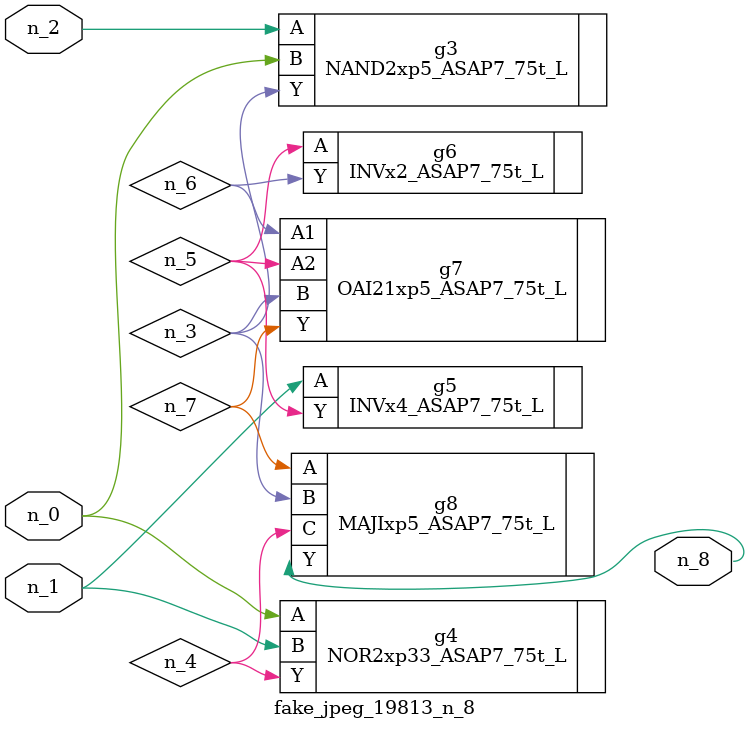
<source format=v>
module fake_jpeg_19813_n_8 (n_0, n_2, n_1, n_8);

input n_0;
input n_2;
input n_1;

output n_8;

wire n_3;
wire n_4;
wire n_6;
wire n_5;
wire n_7;

NAND2xp5_ASAP7_75t_L g3 ( 
.A(n_2),
.B(n_0),
.Y(n_3)
);

NOR2xp33_ASAP7_75t_L g4 ( 
.A(n_0),
.B(n_1),
.Y(n_4)
);

INVx4_ASAP7_75t_L g5 ( 
.A(n_1),
.Y(n_5)
);

INVx2_ASAP7_75t_L g6 ( 
.A(n_5),
.Y(n_6)
);

OAI21xp5_ASAP7_75t_L g7 ( 
.A1(n_6),
.A2(n_5),
.B(n_3),
.Y(n_7)
);

MAJIxp5_ASAP7_75t_L g8 ( 
.A(n_7),
.B(n_3),
.C(n_4),
.Y(n_8)
);


endmodule
</source>
